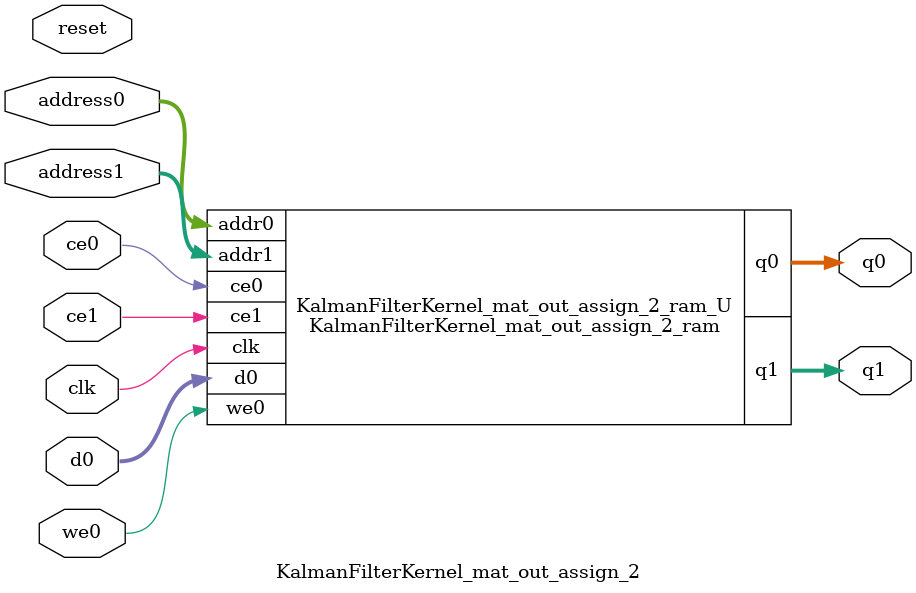
<source format=v>
`timescale 1 ns / 1 ps
module KalmanFilterKernel_mat_out_assign_2_ram (addr0, ce0, d0, we0, q0, addr1, ce1, q1,  clk);

parameter DWIDTH = 32;
parameter AWIDTH = 4;
parameter MEM_SIZE = 9;

input[AWIDTH-1:0] addr0;
input ce0;
input[DWIDTH-1:0] d0;
input we0;
output reg[DWIDTH-1:0] q0;
input[AWIDTH-1:0] addr1;
input ce1;
output reg[DWIDTH-1:0] q1;
input clk;

reg [DWIDTH-1:0] ram0[0:MEM_SIZE-1];



always @(posedge clk)  
begin 
    if (ce0) begin
        if (we0) 
            ram0[addr0] <= d0; 
        q0 <= ram0[addr0];
    end
end


always @(posedge clk)  
begin 
    if (ce1) begin
        q1 <= ram0[addr1];
    end
end


endmodule

`timescale 1 ns / 1 ps
module KalmanFilterKernel_mat_out_assign_2(
    reset,
    clk,
    address0,
    ce0,
    we0,
    d0,
    q0,
    address1,
    ce1,
    q1);

parameter DataWidth = 32'd32;
parameter AddressRange = 32'd9;
parameter AddressWidth = 32'd4;
input reset;
input clk;
input[AddressWidth - 1:0] address0;
input ce0;
input we0;
input[DataWidth - 1:0] d0;
output[DataWidth - 1:0] q0;
input[AddressWidth - 1:0] address1;
input ce1;
output[DataWidth - 1:0] q1;



KalmanFilterKernel_mat_out_assign_2_ram KalmanFilterKernel_mat_out_assign_2_ram_U(
    .clk( clk ),
    .addr0( address0 ),
    .ce0( ce0 ),
    .we0( we0 ),
    .d0( d0 ),
    .q0( q0 ),
    .addr1( address1 ),
    .ce1( ce1 ),
    .q1( q1 ));

endmodule


</source>
